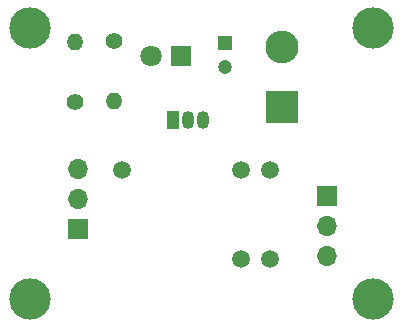
<source format=gbr>
%TF.GenerationSoftware,KiCad,Pcbnew,(5.1.12)-1*%
%TF.CreationDate,2023-08-26T19:42:54+05:30*%
%TF.ProjectId,SINGLE CHANNEL RELAY MODULE,53494e47-4c45-4204-9348-414e4e454c20,rev?*%
%TF.SameCoordinates,Original*%
%TF.FileFunction,Copper,L1,Top*%
%TF.FilePolarity,Positive*%
%FSLAX46Y46*%
G04 Gerber Fmt 4.6, Leading zero omitted, Abs format (unit mm)*
G04 Created by KiCad (PCBNEW (5.1.12)-1) date 2023-08-26 19:42:54*
%MOMM*%
%LPD*%
G01*
G04 APERTURE LIST*
%TA.AperFunction,ComponentPad*%
%ADD10O,2.800000X2.800000*%
%TD*%
%TA.AperFunction,ComponentPad*%
%ADD11R,2.800000X2.800000*%
%TD*%
%TA.AperFunction,ComponentPad*%
%ADD12C,1.200000*%
%TD*%
%TA.AperFunction,ComponentPad*%
%ADD13R,1.200000X1.200000*%
%TD*%
%TA.AperFunction,ComponentPad*%
%ADD14O,1.400000X1.400000*%
%TD*%
%TA.AperFunction,ComponentPad*%
%ADD15C,1.400000*%
%TD*%
%TA.AperFunction,ComponentPad*%
%ADD16R,1.050000X1.500000*%
%TD*%
%TA.AperFunction,ComponentPad*%
%ADD17O,1.050000X1.500000*%
%TD*%
%TA.AperFunction,ComponentPad*%
%ADD18C,1.508000*%
%TD*%
%TA.AperFunction,ComponentPad*%
%ADD19O,1.700000X1.700000*%
%TD*%
%TA.AperFunction,ComponentPad*%
%ADD20R,1.700000X1.700000*%
%TD*%
%TA.AperFunction,ComponentPad*%
%ADD21C,1.800000*%
%TD*%
%TA.AperFunction,ComponentPad*%
%ADD22R,1.800000X1.800000*%
%TD*%
%TA.AperFunction,ViaPad*%
%ADD23C,3.500000*%
%TD*%
G04 APERTURE END LIST*
D10*
%TO.P,D2,2*%
%TO.N,VCC*%
X162320000Y-77620000D03*
D11*
%TO.P,D2,1*%
%TO.N,Net-(D1-Pad1)*%
X162320000Y-82700000D03*
%TD*%
D12*
%TO.P,C1,2*%
%TO.N,Earth*%
X157460000Y-79310000D03*
D13*
%TO.P,C1,1*%
%TO.N,VCC*%
X157460000Y-77310000D03*
%TD*%
D14*
%TO.P,R2,2*%
%TO.N,Net-(J1-Pad1)*%
X144790000Y-77240000D03*
D15*
%TO.P,R2,1*%
%TO.N,Net-(Q1-Pad2)*%
X144790000Y-82320000D03*
%TD*%
D14*
%TO.P,R1,2*%
%TO.N,Net-(D1-Pad2)*%
X148130000Y-82220000D03*
D15*
%TO.P,R1,1*%
%TO.N,VCC*%
X148130000Y-77140000D03*
%TD*%
D16*
%TO.P,Q1,1*%
%TO.N,Net-(D1-Pad1)*%
X153100000Y-83770000D03*
D17*
%TO.P,Q1,3*%
%TO.N,Earth*%
X155640000Y-83770000D03*
%TO.P,Q1,2*%
%TO.N,Net-(Q1-Pad2)*%
X154370000Y-83770000D03*
%TD*%
D18*
%TO.P,K1,12*%
%TO.N,Net-(J2-Pad3)*%
X161330000Y-95610000D03*
%TO.P,K1,14*%
%TO.N,Net-(J2-Pad1)*%
X158830000Y-95610000D03*
%TO.P,K1,A1*%
%TO.N,Net-(D1-Pad1)*%
X161330000Y-88010000D03*
%TO.P,K1,A2*%
%TO.N,VCC*%
X158830000Y-88010000D03*
%TO.P,K1,11*%
%TO.N,Net-(J2-Pad2)*%
X148730000Y-88010000D03*
%TD*%
D19*
%TO.P,J2,3*%
%TO.N,Net-(J2-Pad3)*%
X166150000Y-95280000D03*
%TO.P,J2,2*%
%TO.N,Net-(J2-Pad2)*%
X166150000Y-92740000D03*
D20*
%TO.P,J2,1*%
%TO.N,Net-(J2-Pad1)*%
X166150000Y-90200000D03*
%TD*%
D19*
%TO.P,J1,3*%
%TO.N,VCC*%
X145000000Y-87920000D03*
%TO.P,J1,2*%
%TO.N,Earth*%
X145000000Y-90460000D03*
D20*
%TO.P,J1,1*%
%TO.N,Net-(J1-Pad1)*%
X145000000Y-93000000D03*
%TD*%
D21*
%TO.P,D1,2*%
%TO.N,Net-(D1-Pad2)*%
X151230000Y-78420000D03*
D22*
%TO.P,D1,1*%
%TO.N,Net-(D1-Pad1)*%
X153770000Y-78420000D03*
%TD*%
D23*
%TO.N,*%
X141000000Y-76000000D03*
X170000000Y-76000000D03*
X141000000Y-99000000D03*
X170000000Y-99000000D03*
%TD*%
M02*

</source>
